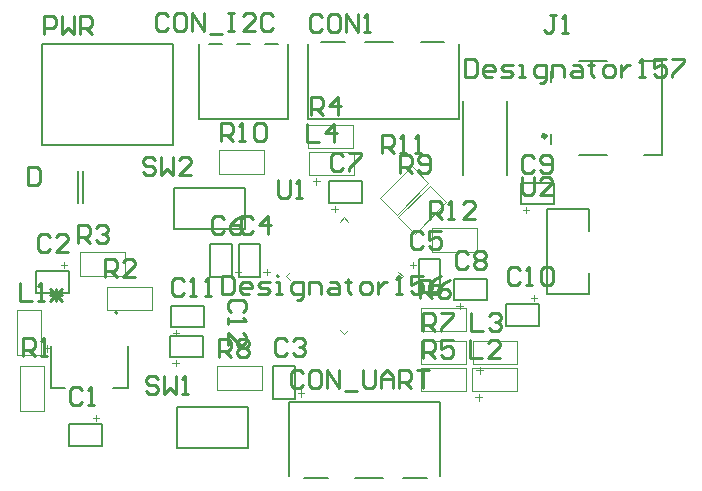
<source format=gto>
G04*
G04 #@! TF.GenerationSoftware,Altium Limited,Altium Designer,22.9.1 (49)*
G04*
G04 Layer_Color=65535*
%FSLAX44Y44*%
%MOMM*%
G71*
G04*
G04 #@! TF.SameCoordinates,24B0C1BF-96A6-467D-9BB2-DF91BAA7A13C*
G04*
G04*
G04 #@! TF.FilePolarity,Positive*
G04*
G01*
G75*
%ADD10C,0.2000*%
%ADD11C,0.4000*%
%ADD12C,0.1000*%
%ADD13C,0.1270*%
%ADD14C,0.2540*%
D10*
X245914Y199042D02*
G03*
X245914Y199042I-1000J0D01*
G01*
X109090Y168130D02*
G03*
X109090Y168130I-1000J0D01*
G01*
X507950Y237710D02*
Y255710D01*
X472950D02*
X507950D01*
Y183710D02*
Y201710D01*
X472950Y183710D02*
X507950D01*
X472950D02*
Y255710D01*
X44870Y395330D02*
X155870D01*
Y310330D02*
Y395330D01*
X44870Y310330D02*
X155870D01*
X44870D02*
Y395330D01*
X555240Y381130D02*
X570490D01*
Y302130D02*
Y381130D01*
X555240Y302130D02*
X570490D01*
X475990Y363630D02*
Y372630D01*
Y310630D02*
Y319630D01*
X500240Y381130D02*
X523240D01*
X500240Y302130D02*
X523240D01*
X75820Y261320D02*
Y288320D01*
X79820Y261320D02*
Y288320D01*
X310070Y28150D02*
X334070D01*
X254491Y92877D02*
X382270D01*
Y30150D02*
Y92877D01*
X254491Y30150D02*
Y92877D01*
X267070Y28150D02*
X287070D01*
X351070D02*
X371070D01*
X177900Y332108D02*
X253848D01*
X177900D02*
Y395300D01*
X253848Y332108D02*
Y395300D01*
X233900D02*
X244900D01*
X186400D02*
X197400D01*
X209900D02*
X220900D01*
X318710Y397300D02*
X342710D01*
X270510Y332573D02*
X398289D01*
X270510D02*
Y395300D01*
X398289Y332573D02*
Y395300D01*
X365710Y397300D02*
X385710D01*
X281710D02*
X301710D01*
X153640Y130700D02*
Y148700D01*
Y130700D02*
X181640D01*
Y148700D01*
X153640D02*
X181640D01*
X154020Y156100D02*
Y174100D01*
Y156100D02*
X182020D01*
Y174100D01*
X154020D02*
X182020D01*
X466120Y157370D02*
Y175370D01*
X438120D02*
X466120D01*
X438120Y157370D02*
Y175370D01*
Y157370D02*
X466120D01*
X450440Y260240D02*
Y278240D01*
Y260240D02*
X478440D01*
Y278240D01*
X450440D02*
X478440D01*
X394050Y178960D02*
Y196960D01*
Y178960D02*
X422050D01*
Y196960D01*
X394050D02*
X422050D01*
X288260Y261510D02*
Y279510D01*
Y261510D02*
X316260D01*
Y279510D01*
X288260D02*
X316260D01*
X187850Y198090D02*
X205850D01*
Y226090D01*
X187850D02*
X205850D01*
X187850Y198090D02*
Y226090D01*
X364380Y213390D02*
X382380D01*
X364380Y185390D02*
Y213390D01*
Y185390D02*
X382380D01*
Y213390D01*
X211980Y198090D02*
X229980D01*
Y226090D01*
X211980D02*
X229980D01*
X211980Y198090D02*
Y226090D01*
X241190Y95220D02*
X259190D01*
Y123220D01*
X241190D02*
X259190D01*
X241190Y95220D02*
Y123220D01*
X68230Y185310D02*
Y203310D01*
X40230D02*
X68230D01*
X40230Y185310D02*
Y203310D01*
Y185310D02*
X68230D01*
X95660Y55770D02*
Y73770D01*
X67660D02*
X95660D01*
X67660Y55770D02*
Y73770D01*
Y55770D02*
X95660D01*
D11*
X471490Y317630D02*
G03*
X471490Y317630I-1000J0D01*
G01*
D12*
X251560Y199325D02*
X255096Y195789D01*
X251560Y199325D02*
X255096Y202860D01*
X297522Y245287D02*
X301058Y248822D01*
X304594Y245287D01*
X297522Y153363D02*
X301058Y149827D01*
X304594Y153363D01*
X347020Y195789D02*
X350555Y199325D01*
X347020Y202860D02*
X350555Y199325D01*
X375400Y219870D02*
Y239870D01*
Y219870D02*
X413400D01*
Y239870D01*
X375400D02*
X413400D01*
X358154Y292286D02*
X372296Y278144D01*
X331284Y265416D02*
X358154Y292286D01*
X331284Y265416D02*
X345426Y251274D01*
X372296Y278144D01*
X232930Y285910D02*
Y305910D01*
X194930D02*
X232930D01*
X194930Y285910D02*
Y305910D01*
Y285910D02*
X232930D01*
X373394Y275776D02*
X387536Y261634D01*
X346524Y248906D02*
X373394Y275776D01*
X346524Y248906D02*
X360666Y234764D01*
X387536Y261634D01*
X231090Y103030D02*
Y123030D01*
X193090D02*
X231090D01*
X193090Y103030D02*
Y123030D01*
Y103030D02*
X231090D01*
X403810Y124620D02*
Y144620D01*
X365810D02*
X403810D01*
X365810Y124620D02*
Y144620D01*
Y124620D02*
X403810D01*
X366380Y152560D02*
Y172560D01*
Y152560D02*
X404380D01*
Y172560D01*
X366380D02*
X404380D01*
X403810Y101760D02*
Y121760D01*
X365810D02*
X403810D01*
X365810Y101760D02*
Y121760D01*
Y101760D02*
X403810D01*
X308560Y307500D02*
Y327500D01*
X270560D02*
X308560D01*
X270560Y307500D02*
Y327500D01*
Y307500D02*
X308560D01*
X77520Y199550D02*
Y219550D01*
Y199550D02*
X115520D01*
Y219550D01*
X77520D02*
X115520D01*
X100380Y170340D02*
Y190340D01*
Y170340D02*
X138380D01*
Y190340D01*
X100380D02*
X138380D01*
X26830Y85140D02*
X46830D01*
Y123140D01*
X26830D02*
X46830D01*
X26830Y85140D02*
Y123140D01*
X274260Y279640D02*
X280260D01*
X277260Y276640D02*
Y282640D01*
X271260Y304640D02*
X309260D01*
Y284640D02*
Y304640D01*
X271260Y284640D02*
X309260D01*
X271260D02*
Y304640D01*
X412690Y119620D02*
X418690D01*
X415690Y116620D02*
Y122620D01*
X409690Y144620D02*
X447690D01*
Y124620D02*
Y144620D01*
X409690Y124620D02*
X447690D01*
X409690D02*
Y144620D01*
X411990Y96760D02*
X417990D01*
X414990Y93760D02*
Y99760D01*
X408990Y121760D02*
X446990D01*
Y101760D02*
Y121760D01*
X408990Y101760D02*
X446990D01*
X408990D02*
Y121760D01*
X49290Y135130D02*
Y141130D01*
X46290Y138130D02*
X52290D01*
X24290Y132130D02*
Y170130D01*
X44290D01*
Y132130D02*
Y170130D01*
X24290Y132130D02*
X44290D01*
X155640Y125366D02*
X160972D01*
X158306Y128032D02*
Y122700D01*
X156020Y150766D02*
X161352D01*
X158686Y153432D02*
Y148100D01*
X464120Y180704D02*
X458788D01*
X461454Y178038D02*
Y183370D01*
X452440Y254906D02*
X457772D01*
X455106Y257572D02*
Y252240D01*
X396050Y173626D02*
X401382D01*
X398716Y176292D02*
Y170960D01*
X290260Y256176D02*
X295592D01*
X292926Y258842D02*
Y253510D01*
X211184Y200090D02*
Y205422D01*
X208518Y202756D02*
X213850D01*
X359046Y211390D02*
Y206058D01*
X361712Y208724D02*
X356380D01*
X235314Y200090D02*
Y205422D01*
X232648Y202756D02*
X237980D01*
X264524Y97220D02*
Y102552D01*
X261858Y99886D02*
X267190D01*
X66230Y208644D02*
X60898D01*
X63564Y205978D02*
Y211310D01*
X93660Y79104D02*
X88328D01*
X90994Y76438D02*
Y81770D01*
D13*
X439020Y284800D02*
Y347800D01*
X401720Y284800D02*
Y347800D01*
X156690Y239040D02*
Y274040D01*
Y239040D02*
X216690D01*
Y274040D01*
X156690D02*
X216690D01*
X159230Y53620D02*
Y88620D01*
Y53620D02*
X219230D01*
Y88620D01*
X159230D02*
X219230D01*
X105190Y104630D02*
X117590D01*
Y139630D01*
X52590Y104630D02*
X64990D01*
X52590D02*
Y139630D01*
D14*
X403352Y383027D02*
Y367792D01*
X410970D01*
X413509Y370331D01*
Y380488D01*
X410970Y383027D01*
X403352D01*
X426205Y367792D02*
X421126D01*
X418587Y370331D01*
Y375410D01*
X421126Y377949D01*
X426205D01*
X428744Y375410D01*
Y372870D01*
X418587D01*
X433822Y367792D02*
X441440D01*
X443979Y370331D01*
X441440Y372870D01*
X436361D01*
X433822Y375410D01*
X436361Y377949D01*
X443979D01*
X449057Y367792D02*
X454136D01*
X451596D01*
Y377949D01*
X449057D01*
X466832Y362714D02*
X469371D01*
X471910Y365253D01*
Y377949D01*
X464292D01*
X461753Y375410D01*
Y370331D01*
X464292Y367792D01*
X471910D01*
X476988D02*
Y377949D01*
X484606D01*
X487145Y375410D01*
Y367792D01*
X494762Y377949D02*
X499841D01*
X502380Y375410D01*
Y367792D01*
X494762D01*
X492223Y370331D01*
X494762Y372870D01*
X502380D01*
X509997Y380488D02*
Y377949D01*
X507458D01*
X512537D01*
X509997D01*
Y370331D01*
X512537Y367792D01*
X522693D02*
X527772D01*
X530311Y370331D01*
Y375410D01*
X527772Y377949D01*
X522693D01*
X520154Y375410D01*
Y370331D01*
X522693Y367792D01*
X535389Y377949D02*
Y367792D01*
Y372870D01*
X537929Y375410D01*
X540468Y377949D01*
X543007D01*
X550624Y367792D02*
X555703D01*
X553163D01*
Y383027D01*
X550624Y380488D01*
X573477Y383027D02*
X563320D01*
Y375410D01*
X568399Y377949D01*
X570938D01*
X573477Y375410D01*
Y370331D01*
X570938Y367792D01*
X565859D01*
X563320Y370331D01*
X578555Y383027D02*
X588712D01*
Y380488D01*
X578555Y370331D01*
Y367792D01*
X197612Y198877D02*
Y183642D01*
X205229D01*
X207769Y186181D01*
Y196338D01*
X205229Y198877D01*
X197612D01*
X220465Y183642D02*
X215386D01*
X212847Y186181D01*
Y191259D01*
X215386Y193799D01*
X220465D01*
X223004Y191259D01*
Y188720D01*
X212847D01*
X228082Y183642D02*
X235700D01*
X238239Y186181D01*
X235700Y188720D01*
X230621D01*
X228082Y191259D01*
X230621Y193799D01*
X238239D01*
X243317Y183642D02*
X248396D01*
X245856D01*
Y193799D01*
X243317D01*
X261091Y178564D02*
X263631D01*
X266170Y181103D01*
Y193799D01*
X258552D01*
X256013Y191259D01*
Y186181D01*
X258552Y183642D01*
X266170D01*
X271248D02*
Y193799D01*
X278866D01*
X281405Y191259D01*
Y183642D01*
X289022Y193799D02*
X294101D01*
X296640Y191259D01*
Y183642D01*
X289022D01*
X286483Y186181D01*
X289022Y188720D01*
X296640D01*
X304258Y196338D02*
Y193799D01*
X301718D01*
X306797D01*
X304258D01*
Y186181D01*
X306797Y183642D01*
X316953D02*
X322032D01*
X324571Y186181D01*
Y191259D01*
X322032Y193799D01*
X316953D01*
X314414Y191259D01*
Y186181D01*
X316953Y183642D01*
X329649Y193799D02*
Y183642D01*
Y188720D01*
X332188Y191259D01*
X334728Y193799D01*
X337267D01*
X344884Y183642D02*
X349963D01*
X347424D01*
Y198877D01*
X344884Y196338D01*
X367737Y198877D02*
X357580D01*
Y191259D01*
X362659Y193799D01*
X365198D01*
X367737Y191259D01*
Y186181D01*
X365198Y183642D01*
X360119D01*
X357580Y186181D01*
X382972Y198877D02*
X377894Y196338D01*
X372815Y191259D01*
Y186181D01*
X375354Y183642D01*
X380433D01*
X382972Y186181D01*
Y188720D01*
X380433Y191259D01*
X372815D01*
X451358Y283459D02*
Y270763D01*
X453897Y268224D01*
X458975D01*
X461515Y270763D01*
Y283459D01*
X476750Y268224D02*
X466593D01*
X476750Y278381D01*
Y280920D01*
X474211Y283459D01*
X469132D01*
X466593Y280920D01*
X244602Y280157D02*
Y267461D01*
X247141Y264922D01*
X252220D01*
X254759Y267461D01*
Y280157D01*
X259837Y264922D02*
X264915D01*
X262376D01*
Y280157D01*
X259837Y277618D01*
X140967Y297176D02*
X138427Y299715D01*
X133349D01*
X130810Y297176D01*
Y294637D01*
X133349Y292097D01*
X138427D01*
X140967Y289558D01*
Y287019D01*
X138427Y284480D01*
X133349D01*
X130810Y287019D01*
X146045Y299715D02*
Y284480D01*
X151123Y289558D01*
X156202Y284480D01*
Y299715D01*
X171437Y284480D02*
X161280D01*
X171437Y294637D01*
Y297176D01*
X168898Y299715D01*
X163819D01*
X161280Y297176D01*
X143507Y111756D02*
X140968Y114295D01*
X135889D01*
X133350Y111756D01*
Y109217D01*
X135889Y106678D01*
X140968D01*
X143507Y104138D01*
Y101599D01*
X140968Y99060D01*
X135889D01*
X133350Y101599D01*
X148585Y114295D02*
Y99060D01*
X153663Y104138D01*
X158742Y99060D01*
Y114295D01*
X163820Y99060D02*
X168899D01*
X166359D01*
Y114295D01*
X163820Y111756D01*
X373888Y247904D02*
Y263139D01*
X381506D01*
X384045Y260600D01*
Y255522D01*
X381506Y252982D01*
X373888D01*
X378966D02*
X384045Y247904D01*
X389123D02*
X394201D01*
X391662D01*
Y263139D01*
X389123Y260600D01*
X411976Y247904D02*
X401819D01*
X411976Y258061D01*
Y260600D01*
X409436Y263139D01*
X404358D01*
X401819Y260600D01*
X332994Y303022D02*
Y318257D01*
X340611D01*
X343151Y315718D01*
Y310639D01*
X340611Y308100D01*
X332994D01*
X338072D02*
X343151Y303022D01*
X348229D02*
X353307D01*
X350768D01*
Y318257D01*
X348229Y315718D01*
X360925Y303022D02*
X366003D01*
X363464D01*
Y318257D01*
X360925Y315718D01*
X196850Y313944D02*
Y329179D01*
X204468D01*
X207007Y326640D01*
Y321562D01*
X204468Y319022D01*
X196850D01*
X201928D02*
X207007Y313944D01*
X212085D02*
X217163D01*
X214624D01*
Y329179D01*
X212085Y326640D01*
X224781D02*
X227320Y329179D01*
X232398D01*
X234938Y326640D01*
Y316483D01*
X232398Y313944D01*
X227320D01*
X224781Y316483D01*
Y326640D01*
X348234Y286512D02*
Y301747D01*
X355852D01*
X358391Y299208D01*
Y294130D01*
X355852Y291590D01*
X348234D01*
X353312D02*
X358391Y286512D01*
X363469Y289051D02*
X366008Y286512D01*
X371087D01*
X373626Y289051D01*
Y299208D01*
X371087Y301747D01*
X366008D01*
X363469Y299208D01*
Y296669D01*
X366008Y294130D01*
X373626D01*
X195072Y131064D02*
Y146299D01*
X202689D01*
X205229Y143760D01*
Y138681D01*
X202689Y136142D01*
X195072D01*
X200150D02*
X205229Y131064D01*
X210307Y143760D02*
X212846Y146299D01*
X217925D01*
X220464Y143760D01*
Y141221D01*
X217925Y138681D01*
X220464Y136142D01*
Y133603D01*
X217925Y131064D01*
X212846D01*
X210307Y133603D01*
Y136142D01*
X212846Y138681D01*
X210307Y141221D01*
Y143760D01*
X212846Y138681D02*
X217925D01*
X367792Y152654D02*
Y167889D01*
X375410D01*
X377949Y165350D01*
Y160271D01*
X375410Y157732D01*
X367792D01*
X372870D02*
X377949Y152654D01*
X383027Y167889D02*
X393184D01*
Y165350D01*
X383027Y155193D01*
Y152654D01*
X364998Y180594D02*
Y195829D01*
X372616D01*
X375155Y193290D01*
Y188211D01*
X372616Y185672D01*
X364998D01*
X370076D02*
X375155Y180594D01*
X390390Y195829D02*
X385311Y193290D01*
X380233Y188211D01*
Y183133D01*
X382772Y180594D01*
X387851D01*
X390390Y183133D01*
Y185672D01*
X387851Y188211D01*
X380233D01*
X367792Y129794D02*
Y145029D01*
X375410D01*
X377949Y142490D01*
Y137411D01*
X375410Y134872D01*
X367792D01*
X372870D02*
X377949Y129794D01*
X393184Y145029D02*
X383027D01*
Y137411D01*
X388105Y139951D01*
X390645D01*
X393184Y137411D01*
Y132333D01*
X390645Y129794D01*
X385566D01*
X383027Y132333D01*
X272542Y335534D02*
Y350769D01*
X280159D01*
X282699Y348230D01*
Y343152D01*
X280159Y340612D01*
X272542D01*
X277620D02*
X282699Y335534D01*
X295395D02*
Y350769D01*
X287777Y343152D01*
X297934D01*
X75946Y227584D02*
Y242819D01*
X83563D01*
X86103Y240280D01*
Y235201D01*
X83563Y232662D01*
X75946D01*
X81024D02*
X86103Y227584D01*
X91181Y240280D02*
X93720Y242819D01*
X98799D01*
X101338Y240280D01*
Y237741D01*
X98799Y235201D01*
X96259D01*
X98799D01*
X101338Y232662D01*
Y230123D01*
X98799Y227584D01*
X93720D01*
X91181Y230123D01*
X98806Y198374D02*
Y213609D01*
X106424D01*
X108963Y211070D01*
Y205991D01*
X106424Y203452D01*
X98806D01*
X103884D02*
X108963Y198374D01*
X124198D02*
X114041D01*
X124198Y208531D01*
Y211070D01*
X121659Y213609D01*
X116580D01*
X114041Y211070D01*
X28956Y131318D02*
Y146553D01*
X36574D01*
X39113Y144014D01*
Y138935D01*
X36574Y136396D01*
X28956D01*
X34034D02*
X39113Y131318D01*
X44191D02*
X49269D01*
X46730D01*
Y146553D01*
X44191Y144014D01*
X46482Y403860D02*
Y419095D01*
X54099D01*
X56639Y416556D01*
Y411478D01*
X54099Y408938D01*
X46482D01*
X61717Y419095D02*
Y403860D01*
X66795Y408938D01*
X71874Y403860D01*
Y419095D01*
X76952Y403860D02*
Y419095D01*
X84570D01*
X87109Y416556D01*
Y411478D01*
X84570Y408938D01*
X76952D01*
X82030D02*
X87109Y403860D01*
X269748Y327909D02*
Y312674D01*
X279905D01*
X292601D02*
Y327909D01*
X284983Y320291D01*
X295140D01*
X408178Y167889D02*
Y152654D01*
X418335D01*
X423413Y165350D02*
X425952Y167889D01*
X431031D01*
X433570Y165350D01*
Y162811D01*
X431031Y160271D01*
X428491D01*
X431031D01*
X433570Y157732D01*
Y155193D01*
X431031Y152654D01*
X425952D01*
X423413Y155193D01*
X407416Y145029D02*
Y129794D01*
X417573D01*
X432808D02*
X422651D01*
X432808Y139951D01*
Y142490D01*
X430269Y145029D01*
X425190D01*
X422651Y142490D01*
X26416Y193543D02*
Y178308D01*
X36573D01*
X41651D02*
X46729D01*
X44190D01*
Y193543D01*
X41651Y191004D01*
X480311Y420365D02*
X475232D01*
X477771D01*
Y407669D01*
X475232Y405130D01*
X472693D01*
X470154Y407669D01*
X485389Y405130D02*
X490467D01*
X487928D01*
Y420365D01*
X485389Y417826D01*
X33528Y291841D02*
Y276606D01*
X41146D01*
X43685Y279145D01*
Y289302D01*
X41146Y291841D01*
X33528D01*
X266189Y116836D02*
X263650Y119375D01*
X258571D01*
X256032Y116836D01*
Y106679D01*
X258571Y104140D01*
X263650D01*
X266189Y106679D01*
X278885Y119375D02*
X273806D01*
X271267Y116836D01*
Y106679D01*
X273806Y104140D01*
X278885D01*
X281424Y106679D01*
Y116836D01*
X278885Y119375D01*
X286502Y104140D02*
Y119375D01*
X296659Y104140D01*
Y119375D01*
X301737Y101601D02*
X311894D01*
X316972Y119375D02*
Y106679D01*
X319512Y104140D01*
X324590D01*
X327129Y106679D01*
Y119375D01*
X332207Y104140D02*
Y114297D01*
X337286Y119375D01*
X342364Y114297D01*
Y104140D01*
Y111757D01*
X332207D01*
X347442Y104140D02*
Y119375D01*
X355060D01*
X357599Y116836D01*
Y111757D01*
X355060Y109218D01*
X347442D01*
X352521D02*
X357599Y104140D01*
X362677Y119375D02*
X372834D01*
X367756D01*
Y104140D01*
X152143Y419096D02*
X149604Y421635D01*
X144525D01*
X141986Y419096D01*
Y408939D01*
X144525Y406400D01*
X149604D01*
X152143Y408939D01*
X164839Y421635D02*
X159760D01*
X157221Y419096D01*
Y408939D01*
X159760Y406400D01*
X164839D01*
X167378Y408939D01*
Y419096D01*
X164839Y421635D01*
X172456Y406400D02*
Y421635D01*
X182613Y406400D01*
Y421635D01*
X187691Y403861D02*
X197848D01*
X202926Y421635D02*
X208005D01*
X205466D01*
Y406400D01*
X202926D01*
X208005D01*
X225779D02*
X215622D01*
X225779Y416557D01*
Y419096D01*
X223240Y421635D01*
X218161D01*
X215622Y419096D01*
X241014D02*
X238475Y421635D01*
X233396D01*
X230857Y419096D01*
Y408939D01*
X233396Y406400D01*
X238475D01*
X241014Y408939D01*
X282191Y418588D02*
X279652Y421127D01*
X274573D01*
X272034Y418588D01*
Y408431D01*
X274573Y405892D01*
X279652D01*
X282191Y408431D01*
X294887Y421127D02*
X289808D01*
X287269Y418588D01*
Y408431D01*
X289808Y405892D01*
X294887D01*
X297426Y408431D01*
Y418588D01*
X294887Y421127D01*
X302504Y405892D02*
Y421127D01*
X312661Y405892D01*
Y421127D01*
X317739Y405892D02*
X322818D01*
X320278D01*
Y421127D01*
X317739Y418588D01*
X215008Y168907D02*
X217547Y171446D01*
Y176525D01*
X215008Y179064D01*
X204852D01*
X202313Y176525D01*
Y171446D01*
X204852Y168907D01*
X202313Y163829D02*
Y158750D01*
Y161290D01*
X217547D01*
X215008Y163829D01*
X202313Y140976D02*
Y151133D01*
X212469Y140976D01*
X215008D01*
X217547Y143515D01*
Y148594D01*
X215008Y151133D01*
X165605Y195322D02*
X163065Y197861D01*
X157987D01*
X155448Y195322D01*
Y185165D01*
X157987Y182626D01*
X163065D01*
X165605Y185165D01*
X170683Y182626D02*
X175761D01*
X173222D01*
Y197861D01*
X170683Y195322D01*
X183379Y182626D02*
X188457D01*
X185918D01*
Y197861D01*
X183379Y195322D01*
X449831Y204720D02*
X447291Y207259D01*
X442213D01*
X439674Y204720D01*
Y194563D01*
X442213Y192024D01*
X447291D01*
X449831Y194563D01*
X454909Y192024D02*
X459987D01*
X457448D01*
Y207259D01*
X454909Y204720D01*
X467605D02*
X470144Y207259D01*
X475223D01*
X477762Y204720D01*
Y194563D01*
X475223Y192024D01*
X470144D01*
X467605Y194563D01*
Y204720D01*
X462023Y299462D02*
X459483Y302001D01*
X454405D01*
X451866Y299462D01*
Y289305D01*
X454405Y286766D01*
X459483D01*
X462023Y289305D01*
X467101D02*
X469640Y286766D01*
X474719D01*
X477258Y289305D01*
Y299462D01*
X474719Y302001D01*
X469640D01*
X467101Y299462D01*
Y296923D01*
X469640Y294384D01*
X477258D01*
X405635Y218182D02*
X403096Y220721D01*
X398017D01*
X395478Y218182D01*
Y208025D01*
X398017Y205486D01*
X403096D01*
X405635Y208025D01*
X410713Y218182D02*
X413252Y220721D01*
X418331D01*
X420870Y218182D01*
Y215643D01*
X418331Y213104D01*
X420870Y210564D01*
Y208025D01*
X418331Y205486D01*
X413252D01*
X410713Y208025D01*
Y210564D01*
X413252Y213104D01*
X410713Y215643D01*
Y218182D01*
X413252Y213104D02*
X418331D01*
X299971Y300732D02*
X297432Y303271D01*
X292353D01*
X289814Y300732D01*
Y290575D01*
X292353Y288036D01*
X297432D01*
X299971Y290575D01*
X305049Y303271D02*
X315206D01*
Y300732D01*
X305049Y290575D01*
Y288036D01*
X199641Y247392D02*
X197101Y249931D01*
X192023D01*
X189484Y247392D01*
Y237235D01*
X192023Y234696D01*
X197101D01*
X199641Y237235D01*
X214876Y249931D02*
X209797Y247392D01*
X204719Y242313D01*
Y237235D01*
X207258Y234696D01*
X212337D01*
X214876Y237235D01*
Y239774D01*
X212337Y242313D01*
X204719D01*
X368043Y234692D02*
X365504Y237231D01*
X360425D01*
X357886Y234692D01*
Y224535D01*
X360425Y221996D01*
X365504D01*
X368043Y224535D01*
X383278Y237231D02*
X373121D01*
Y229613D01*
X378199Y232153D01*
X380739D01*
X383278Y229613D01*
Y224535D01*
X380739Y221996D01*
X375660D01*
X373121Y224535D01*
X223771Y247392D02*
X221231Y249931D01*
X216153D01*
X213614Y247392D01*
Y237235D01*
X216153Y234696D01*
X221231D01*
X223771Y237235D01*
X236467Y234696D02*
Y249931D01*
X228849Y242313D01*
X239006D01*
X252981Y144522D02*
X250441Y147061D01*
X245363D01*
X242824Y144522D01*
Y134365D01*
X245363Y131826D01*
X250441D01*
X252981Y134365D01*
X258059Y144522D02*
X260598Y147061D01*
X265677D01*
X268216Y144522D01*
Y141983D01*
X265677Y139444D01*
X263137D01*
X265677D01*
X268216Y136904D01*
Y134365D01*
X265677Y131826D01*
X260598D01*
X258059Y134365D01*
X51813Y232660D02*
X49274Y235199D01*
X44195D01*
X41656Y232660D01*
Y222503D01*
X44195Y219964D01*
X49274D01*
X51813Y222503D01*
X67048Y219964D02*
X56891D01*
X67048Y230121D01*
Y232660D01*
X64509Y235199D01*
X59430D01*
X56891Y232660D01*
X79245Y103120D02*
X76705Y105659D01*
X71627D01*
X69088Y103120D01*
Y92963D01*
X71627Y90424D01*
X76705D01*
X79245Y92963D01*
X84323Y90424D02*
X89401D01*
X86862D01*
Y105659D01*
X84323Y103120D01*
X52324Y187956D02*
X62481Y177799D01*
X52324D02*
X62481Y187956D01*
X52324Y182878D02*
X62481D01*
X57402Y177799D02*
Y187956D01*
M02*

</source>
